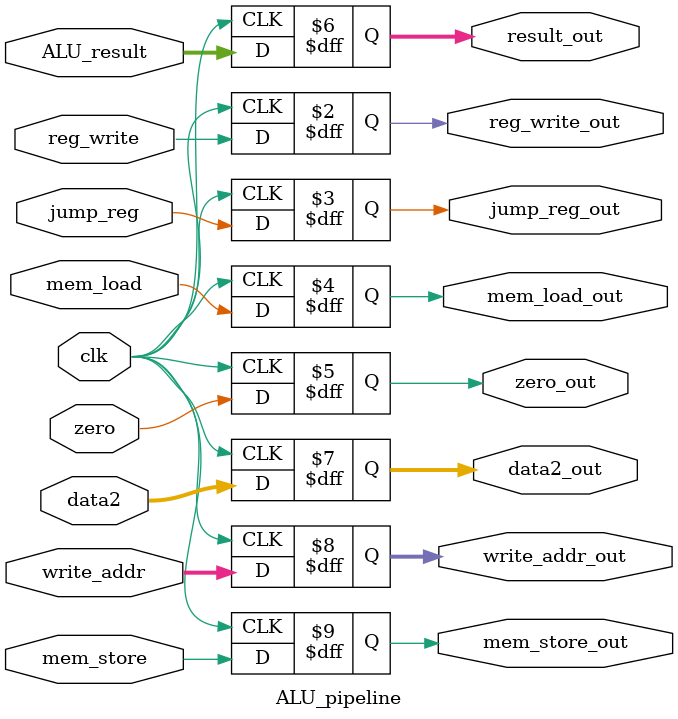
<source format=v>
module ALU_pipeline(

	input clk,
	
	input reg_write,
	input jump_reg,
	input mem_load,
	
	input zero,
	input [31:0] ALU_result,
	input [31:0] data2,
	input [4:0] write_addr,
	
	input mem_store,
	
	output reg reg_write_out,
	output reg jump_reg_out,
	output reg mem_load_out,
	
	output reg zero_out,
	output reg [31:0] result_out,
	output reg [31:0]data2_out,
	output reg [4:0] write_addr_out,
	
	output reg mem_store_out
);

always @(posedge clk) begin
	mem_load_out <= mem_load;
	zero_out <= zero;
	result_out <= ALU_result;
	data2_out <= data2;
	write_addr_out <= write_addr;
	reg_write_out <= reg_write;
	jump_reg_out <= jump_reg;
	mem_store_out <= mem_store;
end

endmodule 
</source>
